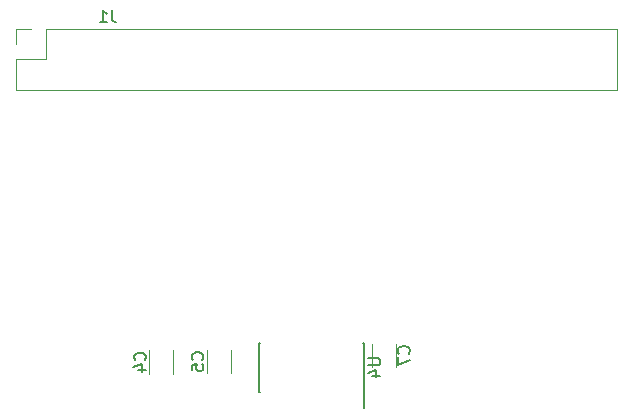
<source format=gbr>
G04 #@! TF.FileFunction,Legend,Bot*
%FSLAX46Y46*%
G04 Gerber Fmt 4.6, Leading zero omitted, Abs format (unit mm)*
G04 Created by KiCad (PCBNEW 4.0.7) date 09/04/18 15:15:37*
%MOMM*%
%LPD*%
G01*
G04 APERTURE LIST*
%ADD10C,0.100000*%
%ADD11C,0.150000*%
%ADD12C,0.120000*%
G04 APERTURE END LIST*
D10*
D11*
X205973600Y-102900300D02*
X205948600Y-102900300D01*
X205973600Y-98750300D02*
X205858600Y-98750300D01*
X197073600Y-98750300D02*
X197188600Y-98750300D01*
X197073600Y-102900300D02*
X197188600Y-102900300D01*
X205973600Y-102900300D02*
X205973600Y-98750300D01*
X197073600Y-102900300D02*
X197073600Y-98750300D01*
X205948600Y-102900300D02*
X205948600Y-104275300D01*
D12*
X227415400Y-72152200D02*
X227415400Y-77352200D01*
X179095400Y-72152200D02*
X227415400Y-72152200D01*
X176495400Y-77352200D02*
X227415400Y-77352200D01*
X179095400Y-72152200D02*
X179095400Y-74752200D01*
X179095400Y-74752200D02*
X176495400Y-74752200D01*
X176495400Y-74752200D02*
X176495400Y-77352200D01*
X177825400Y-72152200D02*
X176495400Y-72152200D01*
X176495400Y-72152200D02*
X176495400Y-73482200D01*
X187778200Y-101355400D02*
X187778200Y-99355400D01*
X189818200Y-99355400D02*
X189818200Y-101355400D01*
X192655000Y-101342700D02*
X192655000Y-99342700D01*
X194695000Y-99342700D02*
X194695000Y-101342700D01*
X208665000Y-98822000D02*
X208665000Y-100822000D01*
X206625000Y-100822000D02*
X206625000Y-98822000D01*
D11*
X206350981Y-100063395D02*
X207160505Y-100063395D01*
X207255743Y-100111014D01*
X207303362Y-100158633D01*
X207350981Y-100253871D01*
X207350981Y-100444348D01*
X207303362Y-100539586D01*
X207255743Y-100587205D01*
X207160505Y-100634824D01*
X206350981Y-100634824D01*
X206684314Y-101539586D02*
X207350981Y-101539586D01*
X206303362Y-101301490D02*
X207017648Y-101063395D01*
X207017648Y-101682443D01*
X184623033Y-70585081D02*
X184623033Y-71299367D01*
X184670653Y-71442224D01*
X184765891Y-71537462D01*
X184908748Y-71585081D01*
X185003986Y-71585081D01*
X183623033Y-71585081D02*
X184194462Y-71585081D01*
X183908748Y-71585081D02*
X183908748Y-70585081D01*
X184003986Y-70727938D01*
X184099224Y-70823176D01*
X184194462Y-70870795D01*
X187405343Y-100188734D02*
X187452962Y-100141115D01*
X187500581Y-99998258D01*
X187500581Y-99903020D01*
X187452962Y-99760162D01*
X187357724Y-99664924D01*
X187262486Y-99617305D01*
X187072010Y-99569686D01*
X186929152Y-99569686D01*
X186738676Y-99617305D01*
X186643438Y-99664924D01*
X186548200Y-99760162D01*
X186500581Y-99903020D01*
X186500581Y-99998258D01*
X186548200Y-100141115D01*
X186595819Y-100188734D01*
X186833914Y-101045877D02*
X187500581Y-101045877D01*
X186452962Y-100807781D02*
X187167248Y-100569686D01*
X187167248Y-101188734D01*
X192282143Y-100176034D02*
X192329762Y-100128415D01*
X192377381Y-99985558D01*
X192377381Y-99890320D01*
X192329762Y-99747462D01*
X192234524Y-99652224D01*
X192139286Y-99604605D01*
X191948810Y-99556986D01*
X191805952Y-99556986D01*
X191615476Y-99604605D01*
X191520238Y-99652224D01*
X191425000Y-99747462D01*
X191377381Y-99890320D01*
X191377381Y-99985558D01*
X191425000Y-100128415D01*
X191472619Y-100176034D01*
X191377381Y-101080796D02*
X191377381Y-100604605D01*
X191853571Y-100556986D01*
X191805952Y-100604605D01*
X191758333Y-100699843D01*
X191758333Y-100937939D01*
X191805952Y-101033177D01*
X191853571Y-101080796D01*
X191948810Y-101128415D01*
X192186905Y-101128415D01*
X192282143Y-101080796D01*
X192329762Y-101033177D01*
X192377381Y-100937939D01*
X192377381Y-100699843D01*
X192329762Y-100604605D01*
X192282143Y-100556986D01*
X209752143Y-99655334D02*
X209799762Y-99607715D01*
X209847381Y-99464858D01*
X209847381Y-99369620D01*
X209799762Y-99226762D01*
X209704524Y-99131524D01*
X209609286Y-99083905D01*
X209418810Y-99036286D01*
X209275952Y-99036286D01*
X209085476Y-99083905D01*
X208990238Y-99131524D01*
X208895000Y-99226762D01*
X208847381Y-99369620D01*
X208847381Y-99464858D01*
X208895000Y-99607715D01*
X208942619Y-99655334D01*
X208847381Y-99988667D02*
X208847381Y-100655334D01*
X209847381Y-100226762D01*
M02*

</source>
